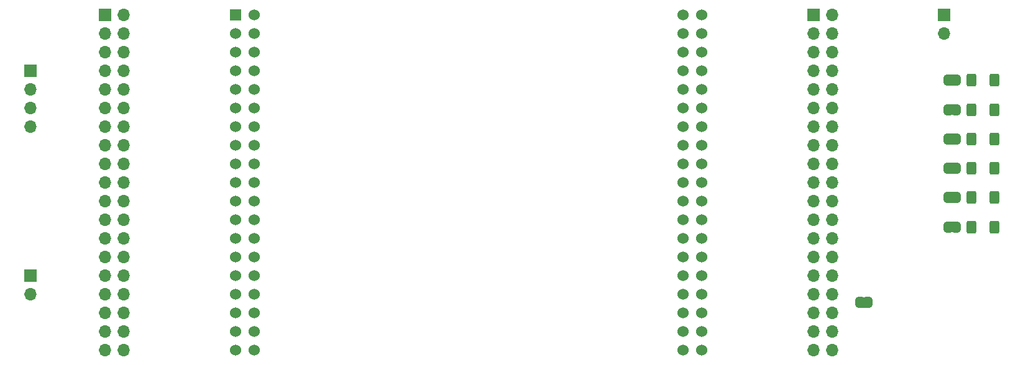
<source format=gbr>
%TF.GenerationSoftware,KiCad,Pcbnew,9.0.0*%
%TF.CreationDate,2025-07-15T20:53:44+01:00*%
%TF.ProjectId,debug,64656275-672e-46b6-9963-61645f706362,rev?*%
%TF.SameCoordinates,Original*%
%TF.FileFunction,Soldermask,Bot*%
%TF.FilePolarity,Negative*%
%FSLAX46Y46*%
G04 Gerber Fmt 4.6, Leading zero omitted, Abs format (unit mm)*
G04 Created by KiCad (PCBNEW 9.0.0) date 2025-07-15 20:53:44*
%MOMM*%
%LPD*%
G01*
G04 APERTURE LIST*
G04 Aperture macros list*
%AMRoundRect*
0 Rectangle with rounded corners*
0 $1 Rounding radius*
0 $2 $3 $4 $5 $6 $7 $8 $9 X,Y pos of 4 corners*
0 Add a 4 corners polygon primitive as box body*
4,1,4,$2,$3,$4,$5,$6,$7,$8,$9,$2,$3,0*
0 Add four circle primitives for the rounded corners*
1,1,$1+$1,$2,$3*
1,1,$1+$1,$4,$5*
1,1,$1+$1,$6,$7*
1,1,$1+$1,$8,$9*
0 Add four rect primitives between the rounded corners*
20,1,$1+$1,$2,$3,$4,$5,0*
20,1,$1+$1,$4,$5,$6,$7,0*
20,1,$1+$1,$6,$7,$8,$9,0*
20,1,$1+$1,$8,$9,$2,$3,0*%
%AMFreePoly0*
4,1,23,0.500000,-0.750000,0.000000,-0.750000,0.000000,-0.745722,-0.065263,-0.745722,-0.191342,-0.711940,-0.304381,-0.646677,-0.396677,-0.554381,-0.461940,-0.441342,-0.495722,-0.315263,-0.495722,-0.250000,-0.500000,-0.250000,-0.500000,0.250000,-0.495722,0.250000,-0.495722,0.315263,-0.461940,0.441342,-0.396677,0.554381,-0.304381,0.646677,-0.191342,0.711940,-0.065263,0.745722,0.000000,0.745722,
0.000000,0.750000,0.500000,0.750000,0.500000,-0.750000,0.500000,-0.750000,$1*%
%AMFreePoly1*
4,1,23,0.000000,0.745722,0.065263,0.745722,0.191342,0.711940,0.304381,0.646677,0.396677,0.554381,0.461940,0.441342,0.495722,0.315263,0.495722,0.250000,0.500000,0.250000,0.500000,-0.250000,0.495722,-0.250000,0.495722,-0.315263,0.461940,-0.441342,0.396677,-0.554381,0.304381,-0.646677,0.191342,-0.711940,0.065263,-0.745722,0.000000,-0.745722,0.000000,-0.750000,-0.500000,-0.750000,
-0.500000,0.750000,0.000000,0.750000,0.000000,0.745722,0.000000,0.745722,$1*%
G04 Aperture macros list end*
%ADD10R,1.700000X1.700000*%
%ADD11O,1.700000X1.700000*%
%ADD12R,1.524000X1.524000*%
%ADD13C,1.524000*%
%ADD14RoundRect,0.250000X0.400000X0.625000X-0.400000X0.625000X-0.400000X-0.625000X0.400000X-0.625000X0*%
%ADD15FreePoly0,180.000000*%
%ADD16FreePoly1,180.000000*%
%ADD17FreePoly0,0.000000*%
%ADD18FreePoly1,0.000000*%
G04 APERTURE END LIST*
%TO.C,JP2*%
G36*
X184095000Y-93450000D02*
G01*
X183795000Y-93450000D01*
X183795000Y-94950000D01*
X184095000Y-94950000D01*
X184095000Y-93450000D01*
G37*
%TO.C,JP1*%
G36*
X184095000Y-89450000D02*
G01*
X183795000Y-89450000D01*
X183795000Y-90950000D01*
X184095000Y-90950000D01*
X184095000Y-89450000D01*
G37*
%TO.C,JP7*%
G36*
X171780000Y-121270000D02*
G01*
X172080000Y-121270000D01*
X172080000Y-119770000D01*
X171780000Y-119770000D01*
X171780000Y-121270000D01*
G37*
%TO.C,JP6*%
G36*
X184095000Y-109450000D02*
G01*
X183795000Y-109450000D01*
X183795000Y-110950000D01*
X184095000Y-110950000D01*
X184095000Y-109450000D01*
G37*
%TO.C,JP3*%
G36*
X184095000Y-97450000D02*
G01*
X183795000Y-97450000D01*
X183795000Y-98950000D01*
X184095000Y-98950000D01*
X184095000Y-97450000D01*
G37*
%TO.C,JP5*%
G36*
X184095000Y-105450000D02*
G01*
X183795000Y-105450000D01*
X183795000Y-106950000D01*
X184095000Y-106950000D01*
X184095000Y-105450000D01*
G37*
%TO.C,JP4*%
G36*
X184095000Y-101450000D02*
G01*
X183795000Y-101450000D01*
X183795000Y-102950000D01*
X184095000Y-102950000D01*
X184095000Y-101450000D01*
G37*
%TD*%
D10*
%TO.C,CN7*%
X68580000Y-81280000D03*
D11*
X71120000Y-81280000D03*
X68580000Y-83820000D03*
X71120000Y-83820000D03*
X68580000Y-86360000D03*
X71120000Y-86360000D03*
X68580000Y-88900000D03*
X71120000Y-88900000D03*
X68580000Y-91440000D03*
X71120000Y-91440000D03*
X68580000Y-93980000D03*
X71120000Y-93980000D03*
X68580000Y-96520000D03*
X71120000Y-96520000D03*
X68580000Y-99060000D03*
X71120000Y-99060000D03*
X68580000Y-101600000D03*
X71120000Y-101600000D03*
X68580000Y-104140000D03*
X71120000Y-104140000D03*
X68580000Y-106680000D03*
X71120000Y-106680000D03*
X68580000Y-109220000D03*
X71120000Y-109220000D03*
X68580000Y-111760000D03*
X71120000Y-111760000D03*
X68580000Y-114300000D03*
X71120000Y-114300000D03*
X68580000Y-116840000D03*
X71120000Y-116840000D03*
X68580000Y-119380000D03*
X71120000Y-119380000D03*
X68580000Y-121920000D03*
X71120000Y-121920000D03*
X68580000Y-124460000D03*
X71120000Y-124460000D03*
X68580000Y-127000000D03*
X71120000Y-127000000D03*
%TD*%
D10*
%TO.C,J2*%
X58420000Y-116840000D03*
D11*
X58420000Y-119380000D03*
%TD*%
D10*
%TO.C,J3*%
X58420000Y-88900000D03*
D11*
X58420000Y-91440000D03*
X58420000Y-93980000D03*
X58420000Y-96520000D03*
%TD*%
D10*
%TO.C,CN10*%
X165100000Y-81280000D03*
D11*
X167640000Y-81280000D03*
X165100000Y-83820000D03*
X167640000Y-83820000D03*
X165100000Y-86360000D03*
X167640000Y-86360000D03*
X165100000Y-88900000D03*
X167640000Y-88900000D03*
X165100000Y-91440000D03*
X167640000Y-91440000D03*
X165100000Y-93980000D03*
X167640000Y-93980000D03*
X165100000Y-96520000D03*
X167640000Y-96520000D03*
X165100000Y-99060000D03*
X167640000Y-99060000D03*
X165100000Y-101600000D03*
X167640000Y-101600000D03*
X165100000Y-104140000D03*
X167640000Y-104140000D03*
X165100000Y-106680000D03*
X167640000Y-106680000D03*
X165100000Y-109220000D03*
X167640000Y-109220000D03*
X165100000Y-111760000D03*
X167640000Y-111760000D03*
X165100000Y-114300000D03*
X167640000Y-114300000D03*
X165100000Y-116840000D03*
X167640000Y-116840000D03*
X165100000Y-119380000D03*
X167640000Y-119380000D03*
X165100000Y-121920000D03*
X167640000Y-121920000D03*
X165100000Y-124460000D03*
X167640000Y-124460000D03*
X165100000Y-127000000D03*
X167640000Y-127000000D03*
%TD*%
D10*
%TO.C,J1*%
X182880000Y-81280000D03*
D11*
X182880000Y-83820000D03*
%TD*%
D12*
%TO.C,U1*%
X86360000Y-81280000D03*
D13*
X88900000Y-81280000D03*
X86360000Y-83820000D03*
X88900000Y-83820000D03*
X86360000Y-86360000D03*
X88900000Y-86360000D03*
X86360000Y-88900000D03*
X88900000Y-88900000D03*
X86360000Y-91440000D03*
X88900000Y-91440000D03*
X86360000Y-93980000D03*
X88900000Y-93980000D03*
X86360000Y-96520000D03*
X88900000Y-96520000D03*
X86360000Y-99060000D03*
X88900000Y-99060000D03*
X86360000Y-101600000D03*
X88900000Y-101600000D03*
X86360000Y-104140000D03*
X88900000Y-104140000D03*
X86360000Y-106680000D03*
X88900000Y-106680000D03*
X86360000Y-109220000D03*
X88900000Y-109220000D03*
X86360000Y-111760000D03*
X88900000Y-111760000D03*
X86360000Y-114300000D03*
X88900000Y-114300000D03*
X86360000Y-116840000D03*
X88900000Y-116840000D03*
X86360000Y-119380000D03*
X88900000Y-119380000D03*
X86360000Y-121920000D03*
X88900000Y-121920000D03*
X86360000Y-124460000D03*
X88900000Y-124460000D03*
X86360000Y-127000000D03*
X88900000Y-127000000D03*
X147320000Y-81280000D03*
X149860000Y-81280000D03*
X147320000Y-83820000D03*
X149860000Y-83820000D03*
X147320000Y-86360000D03*
X149860000Y-86360000D03*
X147320000Y-88900000D03*
X149860000Y-88900000D03*
X147320000Y-91440000D03*
X149860000Y-91440000D03*
X147320000Y-93980000D03*
X149860000Y-93980000D03*
X147320000Y-96520000D03*
X149860000Y-96520000D03*
X147320000Y-99060000D03*
X149860000Y-99060000D03*
X147320000Y-101600000D03*
X149860000Y-101600000D03*
X147320000Y-104140000D03*
X149860000Y-104140000D03*
X147320000Y-106680000D03*
X149860000Y-106680000D03*
X147320000Y-109220000D03*
X149860000Y-109220000D03*
X147320000Y-111760000D03*
X149860000Y-111760000D03*
X147320000Y-114300000D03*
X149860000Y-114300000D03*
X147320000Y-116840000D03*
X149860000Y-116840000D03*
X147320000Y-119380000D03*
X149860000Y-119380000D03*
X147320000Y-121920000D03*
X149860000Y-121920000D03*
X147320000Y-124460000D03*
X149860000Y-124460000D03*
X147320000Y-127000000D03*
X149860000Y-127000000D03*
%TD*%
D14*
%TO.C,R2*%
X189695000Y-94200000D03*
X186595000Y-94200000D03*
%TD*%
%TO.C,R4*%
X189695000Y-102200000D03*
X186595000Y-102200000D03*
%TD*%
D15*
%TO.C,JP2*%
X184595000Y-94200000D03*
D16*
X183295000Y-94200000D03*
%TD*%
D15*
%TO.C,JP1*%
X184595000Y-90200000D03*
D16*
X183295000Y-90200000D03*
%TD*%
D14*
%TO.C,R3*%
X189695000Y-98200000D03*
X186595000Y-98200000D03*
%TD*%
D17*
%TO.C,JP7*%
X171280000Y-120520000D03*
D18*
X172580000Y-120520000D03*
%TD*%
D15*
%TO.C,JP6*%
X184595000Y-110200000D03*
D16*
X183295000Y-110200000D03*
%TD*%
D14*
%TO.C,R1*%
X189695000Y-90200000D03*
X186595000Y-90200000D03*
%TD*%
D15*
%TO.C,JP3*%
X184595000Y-98200000D03*
D16*
X183295000Y-98200000D03*
%TD*%
D14*
%TO.C,R6*%
X189695000Y-110200000D03*
X186595000Y-110200000D03*
%TD*%
D15*
%TO.C,JP5*%
X184595000Y-106200000D03*
D16*
X183295000Y-106200000D03*
%TD*%
D14*
%TO.C,R5*%
X189695000Y-106200000D03*
X186595000Y-106200000D03*
%TD*%
D15*
%TO.C,JP4*%
X184595000Y-102200000D03*
D16*
X183295000Y-102200000D03*
%TD*%
M02*

</source>
